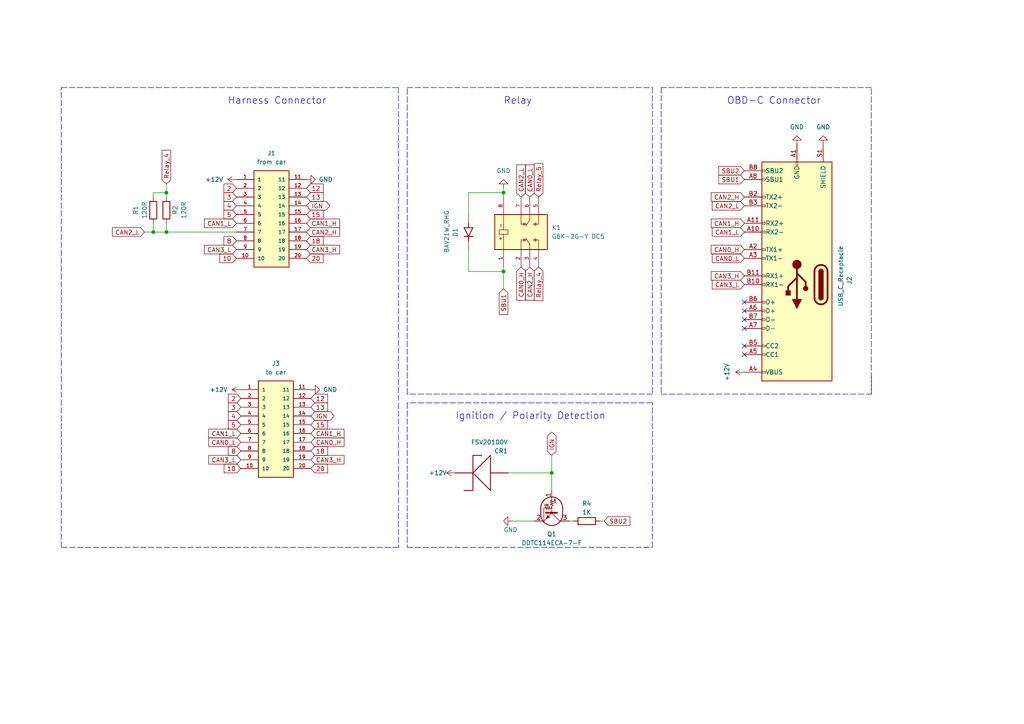
<source format=kicad_sch>
(kicad_sch (version 20211123) (generator eeschema)
  (paper "A4")
  (lib_symbols
    (symbol "966871-1:966871-1" (pin_names (offset 1.016))
      (property "Reference" "J" (at -5.334 15.7734 0))
      (property "Value" "966871-1" (at -5.08 -15.0114 0))
      (symbol "966871-1_0_0"
        (rectangle (start -5.08 -12.7) (end 5.08 15.24) (stroke (width 0.254)) (fill (type background)))
        (pin passive line (at -10.16 12.7 0) (length 5.08) (name "1") (number "1"))
        (pin passive line (at -10.16 -10.16 0) (length 5.08) (name "10") (number "10"))
        (pin passive line (at 10.16 12.7 180) (length 5.08) (name "11") (number "11"))
        (pin passive line (at 10.16 10.16 180) (length 5.08) (name "12") (number "12"))
        (pin passive line (at 10.16 7.62 180) (length 5.08) (name "13") (number "13"))
        (pin passive line (at 10.16 5.08 180) (length 5.08) (name "14") (number "14"))
        (pin passive line (at 10.16 2.54 180) (length 5.08) (name "15") (number "15"))
        (pin passive line (at 10.16 0 180) (length 5.08) (name "16") (number "16"))
        (pin passive line (at 10.16 -2.54 180) (length 5.08) (name "17") (number "17"))
        (pin passive line (at 10.16 -5.08 180) (length 5.08) (name "18") (number "18"))
        (pin passive line (at 10.16 -7.62 180) (length 5.08) (name "19") (number "19"))
        (pin passive line (at -10.16 10.16 0) (length 5.08) (name "2") (number "2"))
        (pin passive line (at 10.16 -10.16 180) (length 5.08) (name "20") (number "20"))
        (pin passive line (at -10.16 7.62 0) (length 5.08) (name "3") (number "3"))
        (pin passive line (at -10.16 5.08 0) (length 5.08) (name "4") (number "4"))
        (pin passive line (at -10.16 2.54 0) (length 5.08) (name "5") (number "5"))
        (pin passive line (at -10.16 0 0) (length 5.08) (name "6") (number "6"))
        (pin passive line (at -10.16 -2.54 0) (length 5.08) (name "7") (number "7"))
        (pin passive line (at -10.16 -5.08 0) (length 5.08) (name "8") (number "8"))
        (pin passive line (at -10.16 -7.62 0) (length 5.08) (name "9") (number "9"))
      )
    )
    (symbol "BAV21W_RHG:BAV21W_RHG" (pin_numbers hide) (pin_names (offset 1.016) hide)
      (property "Reference" "D" (at -5.08 2.54 0))
      (property "Value" "BAV21W_RHG" (at -5.08 -3.81 0))
      (symbol "BAV21W_RHG_0_0"
        (polyline (pts (xy -2.54 0) (xy -1.27 0)) (stroke (width 0.254)))
        (polyline (pts (xy -1.27 -1.27) (xy 1.27 0)) (stroke (width 0.254)))
        (polyline (pts (xy -1.27 0) (xy -1.27 -1.27)) (stroke (width 0.254)))
        (polyline (pts (xy -1.27 1.27) (xy -1.27 0)) (stroke (width 0.254)))
        (polyline (pts (xy 1.27 0) (xy -1.27 1.27)) (stroke (width 0.254)))
        (polyline (pts (xy 1.27 0) (xy 1.27 -1.27)) (stroke (width 0.254)))
        (polyline (pts (xy 1.27 0) (xy 2.54 0)) (stroke (width 0.254)))
        (polyline (pts (xy 1.27 1.27) (xy 1.27 0)) (stroke (width 0.254)))
        (pin passive line (at -5.08 0 0) (length 2.54) (name "~") (number "A"))
        (pin passive line (at 5.08 0 180) (length 2.54) (name "~") (number "C"))
      )
    )
    (symbol "Connector:USB_C_Receptacle" (pin_names (offset 1.016))
      (property "Reference" "J" (at -10.16 29.21 0))
      (property "Value" "USB_C_Receptacle" (at 10.16 29.21 0))
      (symbol "USB_C_Receptacle_0_0"
        (rectangle (start -0.254 -35.56) (end 0.254 -34.544))
        (rectangle (start 10.16 -32.766) (end 9.144 -33.274))
        (rectangle (start 10.16 -30.226) (end 9.144 -30.734))
        (rectangle (start 10.16 -25.146) (end 9.144 -25.654))
        (rectangle (start 10.16 -22.606) (end 9.144 -23.114))
        (rectangle (start 10.16 -17.526) (end 9.144 -18.034))
        (rectangle (start 10.16 -14.986) (end 9.144 -15.494))
        (rectangle (start 10.16 -9.906) (end 9.144 -10.414))
        (rectangle (start 10.16 -7.366) (end 9.144 -7.874))
        (rectangle (start 10.16 -2.286) (end 9.144 -2.794))
        (rectangle (start 10.16 0.254) (end 9.144 -0.254))
        (rectangle (start 10.16 5.334) (end 9.144 4.826))
        (rectangle (start 10.16 7.874) (end 9.144 7.366))
        (rectangle (start 10.16 10.414) (end 9.144 9.906))
        (rectangle (start 10.16 12.954) (end 9.144 12.446))
        (rectangle (start 10.16 18.034) (end 9.144 17.526))
        (rectangle (start 10.16 20.574) (end 9.144 20.066))
        (rectangle (start 10.16 25.654) (end 9.144 25.146))
      )
      (symbol "USB_C_Receptacle_0_1"
        (rectangle (start -10.16 27.94) (end 10.16 -35.56) (stroke (width 0.254)) (fill (type background)))
        (arc (start -8.89 -3.81) (mid -6.985 -5.715) (end -5.08 -3.81) (stroke (width 0.508)))
        (arc (start -7.62 -3.81) (mid -6.985 -4.445) (end -6.35 -3.81) (stroke (width 0.254)))
        (arc (start -7.62 -3.81) (mid -6.985 -4.445) (end -6.35 -3.81) (stroke (width 0.254)) (fill (type outline)))
        (rectangle (start -7.62 -3.81) (end -6.35 3.81) (stroke (width 0.254)) (fill (type outline)))
        (arc (start -6.35 3.81) (mid -6.985 4.445) (end -7.62 3.81) (stroke (width 0.254)))
        (arc (start -6.35 3.81) (mid -6.985 4.445) (end -7.62 3.81) (stroke (width 0.254)) (fill (type outline)))
        (arc (start -5.08 3.81) (mid -6.985 5.715) (end -8.89 3.81) (stroke (width 0.508)))
        (polyline (pts (xy -8.89 -3.81) (xy -8.89 3.81)) (stroke (width 0.508)))
        (polyline (pts (xy -5.08 3.81) (xy -5.08 -3.81)) (stroke (width 0.508)))
      )
      (symbol "USB_C_Receptacle_1_1"
        (circle (center -2.54 1.143) (radius 0.635) (stroke (width 0.254)) (fill (type outline)))
        (circle (center 0 -5.842) (radius 1.27) (fill (type outline)))
        (polyline (pts (xy 0 -5.842) (xy 0 4.318)) (stroke (width 0.508)))
        (polyline (pts (xy 0 -3.302) (xy -2.54 -0.762) (xy -2.54 0.508)) (stroke (width 0.508)))
        (polyline (pts (xy 0 -2.032) (xy 2.54 0.508) (xy 2.54 1.778)) (stroke (width 0.508)))
        (polyline (pts (xy -1.27 4.318) (xy 0 6.858) (xy 1.27 4.318) (xy -1.27 4.318)) (stroke (width 0.254)) (fill (type outline)))
        (rectangle (start 1.905 1.778) (end 3.175 3.048) (stroke (width 0.254)) (fill (type outline)))
        (pin passive line (at 0 -40.64 90) (length 5.08) (name "GND") (number "A1"))
        (pin bidirectional line (at 15.24 -15.24 180) (length 5.08) (name "RX2-") (number "A10"))
        (pin bidirectional line (at 15.24 -17.78 180) (length 5.08) (name "RX2+") (number "A11"))
        (pin passive line (at 0 -40.64 90) (length 5.08) hide (name "GND") (number "A12"))
        (pin bidirectional line (at 15.24 -10.16 180) (length 5.08) (name "TX1+") (number "A2"))
        (pin bidirectional line (at 15.24 -7.62 180) (length 5.08) (name "TX1-") (number "A3"))
        (pin passive line (at 15.24 25.4 180) (length 5.08) (name "VBUS") (number "A4"))
        (pin bidirectional line (at 15.24 20.32 180) (length 5.08) (name "CC1") (number "A5"))
        (pin bidirectional line (at 15.24 7.62 180) (length 5.08) (name "D+") (number "A6"))
        (pin bidirectional line (at 15.24 12.7 180) (length 5.08) (name "D-") (number "A7"))
        (pin bidirectional line (at 15.24 -30.48 180) (length 5.08) (name "SBU1") (number "A8"))
        (pin passive line (at 15.24 25.4 180) (length 5.08) hide (name "VBUS") (number "A9"))
        (pin passive line (at 0 -40.64 90) (length 5.08) hide (name "GND") (number "B1"))
        (pin bidirectional line (at 15.24 0 180) (length 5.08) (name "RX1-") (number "B10"))
        (pin bidirectional line (at 15.24 -2.54 180) (length 5.08) (name "RX1+") (number "B11"))
        (pin passive line (at 0 -40.64 90) (length 5.08) hide (name "GND") (number "B12"))
        (pin bidirectional line (at 15.24 -25.4 180) (length 5.08) (name "TX2+") (number "B2"))
        (pin bidirectional line (at 15.24 -22.86 180) (length 5.08) (name "TX2-") (number "B3"))
        (pin passive line (at 15.24 25.4 180) (length 5.08) hide (name "VBUS") (number "B4"))
        (pin bidirectional line (at 15.24 17.78 180) (length 5.08) (name "CC2") (number "B5"))
        (pin bidirectional line (at 15.24 5.08 180) (length 5.08) (name "D+") (number "B6"))
        (pin bidirectional line (at 15.24 10.16 180) (length 5.08) (name "D-") (number "B7"))
        (pin bidirectional line (at 15.24 -33.02 180) (length 5.08) (name "SBU2") (number "B8"))
        (pin passive line (at 15.24 25.4 180) (length 5.08) hide (name "VBUS") (number "B9"))
        (pin passive line (at -7.62 -40.64 90) (length 5.08) (name "SHIELD") (number "S1"))
      )
    )
    (symbol "Device:R" (pin_numbers hide) (pin_names (offset 0))
      (property "Reference" "R" (at 2.032 0 90))
      (property "Value" "R" (at 0 0 90))
      (symbol "R_0_1"
        (rectangle (start -1.016 -2.54) (end 1.016 2.54) (stroke (width 0.254)))
      )
      (symbol "R_1_1"
        (pin passive line (at 0 3.81 270) (length 1.27) (name "~") (number "1"))
        (pin passive line (at 0 -3.81 90) (length 1.27) (name "~") (number "2"))
      )
    )
    (symbol "FSV20100V:FSV20100V" (pin_numbers hide) (pin_names (offset 1.016) hide)
      (property "Reference" "CR" (at 7.62 10.16 0))
      (property "Value" "FSV20100V" (at 7.62 7.62 0))
      (symbol "FSV20100V_0_0"
        (polyline (pts (xy -5.08 5.08) (xy 0 5.08)) (stroke (width 0.254)))
        (polyline (pts (xy -5.08 10.16) (xy 0 10.16)) (stroke (width 0.254)))
        (polyline (pts (xy -5.08 12.7) (xy -5.08 10.16)) (stroke (width 0.254)))
        (polyline (pts (xy 0 0) (xy 0 5.08)) (stroke (width 0.254)))
        (polyline (pts (xy 0 5.08) (xy 5.08 5.08)) (stroke (width 0.254)))
        (polyline (pts (xy 0 10.16) (xy -5.08 5.08)) (stroke (width 0.254)))
        (polyline (pts (xy 0 10.16) (xy 0 15.24)) (stroke (width 0.254)))
        (polyline (pts (xy 0 10.16) (xy 5.08 10.16)) (stroke (width 0.254)))
        (polyline (pts (xy 5.08 5.08) (xy 0 10.16)) (stroke (width 0.254)))
        (polyline (pts (xy 5.08 10.16) (xy 5.08 7.62)) (stroke (width 0.254)))
        (pin bidirectional line (at 0 0 0) (length 0) (name "~") (number "1"))
        (pin bidirectional line (at 0 0 0) (length 0) (name "~") (number "2"))
        (pin bidirectional line (at 0 15.24 0) (length 0) (name "~") (number "3"))
      )
    )
    (symbol "G6K-2P-Y_DC3:G6K-2P-Y_DC3" (pin_names (offset 1.016) hide)
      (property "Reference" "K" (at -5.207 8.255 0))
      (property "Value" "G6K-2P-Y_DC3" (at -5.08 -10.16 0))
      (symbol "G6K-2P-Y_DC3_0_0"
        (rectangle (start -5.08 -7.62) (end 5.08 7.62) (stroke (width 0.254)) (fill (type background)))
        (polyline (pts (xy -5.08 -2.54) (xy -3.556 -2.54)) (stroke (width 0.1524)))
        (polyline (pts (xy -5.08 5.08) (xy -0.635 5.08)) (stroke (width 0.1524)))
        (polyline (pts (xy -3.556 -2.54) (xy -1.778 -1.397)) (stroke (width 0.1524)))
        (polyline (pts (xy -2.286 -5.08) (xy -5.08 -5.08)) (stroke (width 0.1524)))
        (polyline (pts (xy -2.286 -5.08) (xy -2.286 -4.064)) (stroke (width 0.1524)))
        (polyline (pts (xy -2.286 0) (xy -5.08 0)) (stroke (width 0.1524)))
        (polyline (pts (xy -2.286 0) (xy -2.286 -1.016)) (stroke (width 0.1524)))
        (polyline (pts (xy -2.286 5.969) (xy -1.524 5.969)) (stroke (width 0.1524)))
        (polyline (pts (xy -1.905 6.35) (xy -1.905 5.588)) (stroke (width 0.1524)))
        (polyline (pts (xy -0.635 3.81) (xy -0.635 5.08)) (stroke (width 0.1524)))
        (polyline (pts (xy -0.635 5.08) (xy -0.635 6.35)) (stroke (width 0.1524)))
        (polyline (pts (xy -0.635 6.35) (xy 0.635 6.35)) (stroke (width 0.1524)))
        (polyline (pts (xy 0.635 3.81) (xy -0.635 3.81)) (stroke (width 0.1524)))
        (polyline (pts (xy 0.635 5.08) (xy 0.635 3.81)) (stroke (width 0.1524)))
        (polyline (pts (xy 0.635 5.08) (xy 5.08 5.08)) (stroke (width 0.1524)))
        (polyline (pts (xy 0.635 6.35) (xy 0.635 5.08)) (stroke (width 0.1524)))
        (polyline (pts (xy 1.524 5.842) (xy 2.286 5.842)) (stroke (width 0.1524)))
        (polyline (pts (xy 2.286 -5.08) (xy 2.286 -4.064)) (stroke (width 0.1524)))
        (polyline (pts (xy 2.286 -5.08) (xy 5.08 -5.08)) (stroke (width 0.1524)))
        (polyline (pts (xy 2.286 0) (xy 2.286 -1.016)) (stroke (width 0.1524)))
        (polyline (pts (xy 2.286 0) (xy 5.08 0)) (stroke (width 0.1524)))
        (polyline (pts (xy 3.556 -2.54) (xy 1.778 -1.397)) (stroke (width 0.1524)))
        (polyline (pts (xy 5.08 -2.54) (xy 3.556 -2.54)) (stroke (width 0.1524)))
        (polyline (pts (xy -2.667 -4.318) (xy -1.905 -4.318) (xy -2.286 -3.556) (xy -2.667 -4.318)) (stroke (width 0.1524)) (fill (type background)))
        (polyline (pts (xy -2.667 -0.762) (xy -1.905 -0.762) (xy -2.286 -1.524) (xy -2.667 -0.762)) (stroke (width 0.1524)) (fill (type background)))
        (polyline (pts (xy 2.667 -4.318) (xy 1.905 -4.318) (xy 2.286 -3.556) (xy 2.667 -4.318)) (stroke (width 0.1524)) (fill (type background)))
        (polyline (pts (xy 2.667 -0.762) (xy 1.905 -0.762) (xy 2.286 -1.524) (xy 2.667 -0.762)) (stroke (width 0.1524)) (fill (type background)))
        (pin passive line (at -10.16 5.08 0) (length 5.08) (name "~") (number "1"))
        (pin passive line (at -10.16 0 0) (length 5.08) (name "~") (number "2"))
        (pin passive line (at -10.16 -2.54 0) (length 5.08) (name "~") (number "3"))
        (pin passive line (at -10.16 -5.08 0) (length 5.08) (name "~") (number "4"))
        (pin passive line (at 10.16 -5.08 180) (length 5.08) (name "~") (number "5"))
        (pin passive line (at 10.16 -2.54 180) (length 5.08) (name "~") (number "6"))
        (pin passive line (at 10.16 0 180) (length 5.08) (name "~") (number "7"))
        (pin passive line (at 10.16 5.08 180) (length 5.08) (name "~") (number "8"))
      )
    )
    (symbol "Transistor_BJT:DTC114E" (pin_names (offset 0) hide)
      (property "Reference" "Q" (at 5.08 1.905 0))
      (property "Value" "DTC114E" (at 5.08 0 0))
      (symbol "DTC114E_0_0"
        (text "10k" (at -3.302 0.889 0) (effects (font (size 0.508 0.508))))
        (text "10k" (at -2.159 -1.524 900) (effects (font (size 0.508 0.508))))
      )
      (symbol "DTC114E_0_1"
        (circle (center -1.27 0) (radius 0.127))
        (arc (start -1.27 3.175) (mid -4.445 0) (end -1.27 -3.175) (stroke (width 0.254)))
        (polyline (pts (xy -3.429 0) (xy -3.81 0)))
        (polyline (pts (xy -1.27 -3.175) (xy 0.635 -3.175)) (stroke (width 0.254)))
        (polyline (pts (xy -1.27 3.175) (xy 0.635 3.175)) (stroke (width 0.254)))
        (polyline (pts (xy 0 -0.254) (xy 2.54 2.286)))
        (polyline (pts (xy 0.127 1.524) (xy 0.127 -1.651)) (stroke (width 0.508)) (fill (type outline)))
        (polyline (pts (xy 2.54 2.286) (xy 2.54 2.54)))
        (polyline (pts (xy 2.54 -2.286) (xy 0 0.254) (xy 0 0.254)))
        (polyline (pts (xy 0.889 -1.143) (xy 1.397 -0.635) (xy 1.905 -1.651) (xy 0.889 -1.143)) (fill (type outline)))
        (polyline (pts (xy 0 0) (xy -1.905 0) (xy -2.032 0.508) (xy -2.286 -0.508) (xy -2.54 0.508) (xy -2.794 -0.508) (xy -3.048 0.508) (xy -3.302 -0.508) (xy -3.429 0)))
        (polyline (pts (xy -1.27 0) (xy -1.27 -0.381) (xy -0.762 -0.508) (xy -1.778 -0.762) (xy -0.762 -1.016) (xy -1.778 -1.27) (xy -0.762 -1.524) (xy -1.778 -1.778) (xy -1.27 -1.905) (xy -1.27 -2.286) (xy 2.54 -2.286)))
        (arc (start 0.635 -3.175) (mid 3.81 0) (end 0.635 3.175) (stroke (width 0.254)))
        (circle (center 2.54 -2.286) (radius 0.127))
      )
      (symbol "DTC114E_1_1"
        (pin input line (at -6.35 0 0) (length 2.54) (name "B") (number "1"))
        (pin passive line (at 2.54 -5.08 90) (length 2.54) (name "E") (number "2"))
        (pin passive line (at 2.54 5.08 270) (length 2.54) (name "C") (number "3"))
      )
    )
    (symbol "power:+12V" (power) (pin_names (offset 0))
      (property "Value" "+12V" (at 0 3.556 0))
      (symbol "+12V_0_1"
        (polyline (pts (xy -0.762 1.27) (xy 0 2.54)))
        (polyline (pts (xy 0 0) (xy 0 2.54)))
        (polyline (pts (xy 0 2.54) (xy 0.762 1.27)))
      )
      (symbol "+12V_1_1"
        (pin power_in line (at 0 0 90) (length 0) hide (name "+12V") (number "1"))
      )
    )
    (symbol "power:GND" (power) (pin_names (offset 0))
      (property "Value" "GND" (at 0 -3.81 0))
      (symbol "GND_0_1"
        (polyline (pts (xy 0 0) (xy 0 -1.27) (xy 1.27 -1.27) (xy 0 -2.54) (xy -1.27 -1.27) (xy 0 -1.27)))
      )
      (symbol "GND_1_1"
        (pin power_in line (at 0 0 270) (length 0) hide (name "GND") (number "1"))
      )
    )
  )
  (junction (at 146.05 55.88))
  (junction (at 44.45 67.31))
  (junction (at 160.02 137.16))
  (junction (at 146.05 78.74))
  (junction (at 48.26 67.31))
  (junction (at 48.26 55.88))
  (no_connect (at 215.9 102.87))
  (no_connect (at 215.9 100.33))
  (no_connect (at 215.9 95.25))
  (no_connect (at 215.9 90.17))
  (no_connect (at 215.9 87.63))
  (no_connect (at 215.9 92.71))
  (polyline (pts (xy 252.73 25.4) (xy 191.77 25.4)))
  (wire (pts (xy 146.05 55.88) (xy 146.05 57.15)))
  (wire (pts (xy 135.89 78.74) (xy 146.05 78.74)))
  (polyline (pts (xy 118.11 158.75) (xy 187.96 158.75)))
  (wire (pts (xy 135.89 72.39) (xy 135.89 78.74)))
  (wire (pts (xy 173.99 151.13) (xy 175.26 151.13)))
  (wire (pts (xy 44.45 67.31) (xy 48.26 67.31)))
  (wire (pts (xy 146.05 77.47) (xy 146.05 78.74)))
  (wire (pts (xy 48.26 64.77) (xy 48.26 67.31)))
  (polyline (pts (xy 191.77 25.4) (xy 191.77 114.3)))
  (wire (pts (xy 41.91 67.31) (xy 44.45 67.31)))
  (polyline (pts (xy 191.77 114.3) (xy 252.73 114.3)))
  (polyline (pts (xy 186.69 158.75) (xy 189.23 158.75)))
  (wire (pts (xy 48.26 67.31) (xy 68.58 67.31)))
  (wire (pts (xy 160.02 137.16) (xy 160.02 142.24)))
  (polyline (pts (xy 189.23 114.3) (xy 118.11 114.3)))
  (polyline (pts (xy 189.23 116.84) (xy 118.11 116.84)))
  (wire (pts (xy 44.45 57.15) (xy 44.45 55.88)))
  (wire (pts (xy 148.59 151.13) (xy 154.94 151.13)))
  (wire (pts (xy 44.45 64.77) (xy 44.45 67.31)))
  (polyline (pts (xy 118.11 25.4) (xy 189.23 25.4)))
  (wire (pts (xy 146.05 54.61) (xy 146.05 55.88)))
  (wire (pts (xy 44.45 55.88) (xy 48.26 55.88)))
  (wire (pts (xy 135.89 55.88) (xy 146.05 55.88)))
  (polyline (pts (xy 189.23 25.4) (xy 189.23 114.3)))
  (wire (pts (xy 147.32 137.16) (xy 160.02 137.16)))
  (polyline (pts (xy 252.73 114.3) (xy 252.73 25.4)))
  (wire (pts (xy 165.1 151.13) (xy 166.37 151.13)))
  (polyline (pts (xy 118.11 114.3) (xy 118.11 25.4)))
  (polyline (pts (xy 189.23 158.75) (xy 189.23 116.84)))
  (wire (pts (xy 48.26 55.88) (xy 48.26 57.15)))
  (polyline (pts (xy 252.73 109.22) (xy 252.73 114.3)))
  (wire (pts (xy 135.89 62.23) (xy 135.89 55.88)))
  (polyline (pts (xy 17.78 158.75) (xy 17.78 25.4)))
  (polyline (pts (xy 17.78 25.4) (xy 115.57 25.4)))
  (polyline (pts (xy 118.11 116.84) (xy 118.11 158.75)))
  (polyline (pts (xy 115.57 25.4) (xy 115.57 158.75)))
  (polyline (pts (xy 115.57 158.75) (xy 17.78 158.75)))
  (wire (pts (xy 160.02 132.08) (xy 160.02 137.16)))
  (wire (pts (xy 48.26 53.34) (xy 48.26 55.88)))
  (wire (pts (xy 146.05 78.74) (xy 146.05 83.82)))
  (text "Harness Connector" (at 66.04 30.48 0) (effects (font (size 2 2)) (justify left bottom)))
  (text "Ignition / Polarity Detection" (at 132.08 121.92 0) (effects (font (size 2 2)) (justify left bottom)))
  (text "OBD-C Connector" (at 210.82 30.48 0) (effects (font (size 2 2)) (justify left bottom)))
  (text "Relay" (at 146.05 30.48 0) (effects (font (size 2 2)) (justify left bottom)))
  (global_label "SBU2" (shape input) (at 175.26 151.13 0) (property "Intersheet References" "${INTERSHEET_REFS}" (effects hide)))
  (global_label "CAN1_L" (shape input) (at 215.9 67.31 180) (property "Intersheet References" "${INTERSHEET_REFS}" (effects hide)))
  (global_label "IGN" (shape bidirectional) (at 90.17 120.65 0) (property "Intersheet References" "${INTERSHEET_REFS}" (effects hide)))
  (global_label "2" (shape input) (at 69.85 115.57 180) (property "Intersheet References" "${INTERSHEET_REFS}" (effects hide)))
  (global_label "13" (shape input) (at 88.9 57.15 0) (property "Intersheet References" "${INTERSHEET_REFS}" (effects hide)))
  (global_label "3" (shape input) (at 68.58 57.15 180) (property "Intersheet References" "${INTERSHEET_REFS}" (effects hide)))
  (global_label "SBU2" (shape input) (at 215.9 49.53 180) (property "Intersheet References" "${INTERSHEET_REFS}" (effects hide)))
  (global_label "15" (shape input) (at 90.17 123.19 0) (property "Intersheet References" "${INTERSHEET_REFS}" (effects hide)))
  (global_label "CAN1_L" (shape input) (at 69.85 125.73 180) (property "Intersheet References" "${INTERSHEET_REFS}" (effects hide)))
  (global_label "15" (shape input) (at 88.9 62.23 0) (property "Intersheet References" "${INTERSHEET_REFS}" (effects hide)))
  (global_label "12" (shape input) (at 90.17 115.57 0) (property "Intersheet References" "${INTERSHEET_REFS}" (effects hide)))
  (global_label "5" (shape input) (at 69.85 123.19 180) (property "Intersheet References" "${INTERSHEET_REFS}" (effects hide)))
  (global_label "CAN3_L" (shape input) (at 68.58 72.39 180) (property "Intersheet References" "${INTERSHEET_REFS}" (effects hide)))
  (global_label "12" (shape input) (at 88.9 54.61 0) (property "Intersheet References" "${INTERSHEET_REFS}" (effects hide)))
  (global_label "2" (shape input) (at 68.58 54.61 180) (property "Intersheet References" "${INTERSHEET_REFS}" (effects hide)))
  (global_label "SBU1" (shape input) (at 215.9 52.07 180) (property "Intersheet References" "${INTERSHEET_REFS}" (effects hide)))
  (global_label "IGN" (shape bidirectional) (at 88.9 59.69 0) (property "Intersheet References" "${INTERSHEET_REFS}" (effects hide)))
  (global_label "CAN1_L" (shape input) (at 68.58 64.77 180) (property "Intersheet References" "${INTERSHEET_REFS}" (effects hide)))
  (global_label "CAN3_H" (shape input) (at 215.9 80.01 180) (property "Intersheet References" "${INTERSHEET_REFS}" (effects hide)))
  (global_label "CAN1_H" (shape input) (at 215.9 64.77 180) (property "Intersheet References" "${INTERSHEET_REFS}" (effects hide)))
  (global_label "20" (shape input) (at 88.9 74.93 0) (property "Intersheet References" "${INTERSHEET_REFS}" (effects hide)))
  (global_label "CAN0_H" (shape input) (at 215.9 72.39 180) (property "Intersheet References" "${INTERSHEET_REFS}" (effects hide)))
  (global_label "CAN3_L" (shape input) (at 215.9 82.55 180) (property "Intersheet References" "${INTERSHEET_REFS}" (effects hide)))
  (global_label "CAN0_H" (shape input) (at 151.13 77.47 270) (property "Intersheet References" "${INTERSHEET_REFS}" (effects hide)))
  (global_label "IGN" (shape bidirectional) (at 160.02 132.08 90) (property "Intersheet References" "${INTERSHEET_REFS}" (effects hide)))
  (global_label "18" (shape input) (at 88.9 69.85 0) (property "Intersheet References" "${INTERSHEET_REFS}" (effects hide)))
  (global_label "CAN3_L" (shape input) (at 69.85 133.35 180) (property "Intersheet References" "${INTERSHEET_REFS}" (effects hide)))
  (global_label "SBU1" (shape input) (at 146.05 83.82 270) (property "Intersheet References" "${INTERSHEET_REFS}" (effects hide)))
  (global_label "CAN1_H" (shape input) (at 90.17 125.73 0) (property "Intersheet References" "${INTERSHEET_REFS}" (effects hide)))
  (global_label "20" (shape input) (at 90.17 135.89 0) (property "Intersheet References" "${INTERSHEET_REFS}" (effects hide)))
  (global_label "CAN0_H" (shape input) (at 90.17 128.27 0) (property "Intersheet References" "${INTERSHEET_REFS}" (effects hide)))
  (global_label "18" (shape input) (at 90.17 130.81 0) (property "Intersheet References" "${INTERSHEET_REFS}" (effects hide)))
  (global_label "4" (shape input) (at 69.85 120.65 180) (property "Intersheet References" "${INTERSHEET_REFS}" (effects hide)))
  (global_label "CAN2_L" (shape input) (at 215.9 59.69 180) (property "Intersheet References" "${INTERSHEET_REFS}" (effects hide)))
  (global_label "4" (shape input) (at 68.58 59.69 180) (property "Intersheet References" "${INTERSHEET_REFS}" (effects hide)))
  (global_label "10" (shape input) (at 69.85 135.89 180) (property "Intersheet References" "${INTERSHEET_REFS}" (effects hide)))
  (global_label "CAN2_H" (shape input) (at 153.67 77.47 270) (property "Intersheet References" "${INTERSHEET_REFS}" (effects hide)))
  (global_label "8" (shape input) (at 69.85 130.81 180) (property "Intersheet References" "${INTERSHEET_REFS}" (effects hide)))
  (global_label "Relay_4" (shape input) (at 156.21 77.47 270) (property "Intersheet References" "${INTERSHEET_REFS}" (effects hide)))
  (global_label "CAN2_H" (shape input) (at 88.9 67.31 0) (property "Intersheet References" "${INTERSHEET_REFS}" (effects hide)))
  (global_label "CAN0_L" (shape input) (at 69.85 128.27 180) (property "Intersheet References" "${INTERSHEET_REFS}" (effects hide)))
  (global_label "CAN2_L" (shape input) (at 151.13 57.15 90) (property "Intersheet References" "${INTERSHEET_REFS}" (effects hide)))
  (global_label "CAN1_H" (shape input) (at 88.9 64.77 0) (property "Intersheet References" "${INTERSHEET_REFS}" (effects hide)))
  (global_label "13" (shape input) (at 90.17 118.11 0) (property "Intersheet References" "${INTERSHEET_REFS}" (effects hide)))
  (global_label "CAN2_H" (shape input) (at 215.9 57.15 180) (property "Intersheet References" "${INTERSHEET_REFS}" (effects hide)))
  (global_label "CAN0_L" (shape input) (at 215.9 74.93 180) (property "Intersheet References" "${INTERSHEET_REFS}" (effects hide)))
  (global_label "5" (shape input) (at 68.58 62.23 180) (property "Intersheet References" "${INTERSHEET_REFS}" (effects hide)))
  (global_label "CAN0_L" (shape input) (at 153.67 57.15 90) (property "Intersheet References" "${INTERSHEET_REFS}" (effects hide)))
  (global_label "3" (shape input) (at 69.85 118.11 180) (property "Intersheet References" "${INTERSHEET_REFS}" (effects hide)))
  (global_label "CAN3_H" (shape input) (at 88.9 72.39 0) (property "Intersheet References" "${INTERSHEET_REFS}" (effects hide)))
  (global_label "10" (shape input) (at 68.58 74.93 180) (property "Intersheet References" "${INTERSHEET_REFS}" (effects hide)))
  (global_label "CAN3_H" (shape input) (at 90.17 133.35 0) (property "Intersheet References" "${INTERSHEET_REFS}" (effects hide)))
  (global_label "8" (shape input) (at 68.58 69.85 180) (property "Intersheet References" "${INTERSHEET_REFS}" (effects hide)))
  (global_label "Relay_4" (shape input) (at 48.26 53.34 90) (property "Intersheet References" "${INTERSHEET_REFS}" (effects hide)))
  (global_label "Relay_5" (shape input) (at 156.21 57.15 90) (property "Intersheet References" "${INTERSHEET_REFS}" (effects hide)))
  (global_label "CAN2_L" (shape input) (at 41.91 67.31 180) (property "Intersheet References" "${INTERSHEET_REFS}" (effects hide)))
  (symbol (lib_id "BAV21W_RHG:BAV21W_RHG") (at 135.89 67.31 270) (unit 1)
    (property "Reference" "D1" (at 132.08 66.04 0) (effects (justify left)))
    (property "Value" "BAV21W_RHG" (at 129.54 60.96 0) (effects (justify left)))
    (property "Footprint" "J533DreamPCB:DIO_BAV21W_RHG" (effects hide))
    (property "MAXIMUM_PACKAGE_HEIGHT" "1.15 mm" (effects hide))
    (property "MANUFACTURER" "Taiwan Semiconductor" (effects hide))
    (property "PARTREV" "K1804" (effects hide))
    (property "STANDARD" "Manufacturer Recommendations" (effects hide))
  )
  (symbol (lib_id "Device:R") (at 48.26 60.96 0) (unit 1)
    (property "Reference" "R2" (at 50.8 60.96 90))
    (property "Value" "120R" (at 53.34 60.96 90))
    (property "Footprint" "Resistor_SMD:R_1206_3216Metric" (effects hide))
  )
  (symbol (lib_id "FSV20100V:FSV20100V") (at 147.32 137.16 90) (unit 1)
    (property "Reference" "CR1" (at 147.32 130.81 90) (effects (justify left)))
    (property "Value" "FSV20100V" (at 147.32 128.27 90) (effects (justify left)))
    (property "Footprint" "J533DreamPCB:TO-277" (effects hide))
    (property "PARTNO" "FSV20100VCT-ND" (effects hide))
  )
  (symbol (lib_id "power:+12V") (at 132.08 137.16 90) (unit 1)
    (property "Reference" "#PWR0104" (effects hide))
    (property "Value" "+12V" (at 127 137.16 90))
  )
  (symbol (lib_id "G6K-2P-Y_DC3:G6K-2P-Y_DC3") (at 151.13 67.31 90) (unit 1)
    (property "Reference" "K1" (at 160.02 66.0399 90) (effects (justify right)))
    (property "Value" "G6K-2G-Y DC5" (at 160.02 68.5799 90) (effects (justify right)))
    (property "Footprint" "Relay_SMD:Relay_DPDT_Omron_G6K-2G-Y" (effects hide))
    (property "STANDARD" "Manufacturer Recommendations" (effects hide))
    (property "MAXIMUM_PACKAGE_HEIGHT" "5.3mm" (effects hide))
    (property "MANUFACTURER" "Omron" (effects hide))
    (property "PARTREV" "K106-E1-11" (effects hide))
  )
  (symbol (lib_id "power:GND") (at 238.76 41.91 180) (unit 1)
    (property "Reference" "#PWR0109" (effects hide))
    (property "Value" "GND" (at 238.76 36.83 0))
  )
  (symbol (lib_id "Connector:USB_C_Receptacle") (at 231.14 82.55 180) (unit 1)
    (property "Reference" "J2" (at 246.38 82.55 90) (effects (justify right)))
    (property "Value" "USB_C_Receptacle" (at 243.84 88.8999 90) (effects (justify right)))
    (property "Footprint" "J533DreamPCB:TYPE-C-31-M-04" (effects hide))
    (property "Datasheet" "https://www.usb.org/sites/default/files/documents/usb_type-c.zip" (effects hide))
  )
  (symbol (lib_id "power:+12V") (at 215.9 107.95 90) (unit 1)
    (property "Reference" "#PWR0111" (effects hide))
    (property "Value" "+12V" (at 210.82 107.95 0))
  )
  (symbol (lib_id "966871-1:966871-1") (at 78.74 64.77 0) (unit 1)
    (property "Reference" "J1" (at 78.74 44.45 0))
    (property "Value" "from car" (at 78.74 46.99 0))
    (property "Footprint" "Connector_PinHeader_2.54mm:J533_PinHeader_2x10_P2.54mm_Vertical_SMD" (effects hide))
    (property "EU_RoHS_Compliance" "Compliant" (effects hide))
    (property "Comment" "966871-1" (effects hide))
  )
  (symbol (lib_id "power:GND") (at 146.05 54.61 180) (unit 1)
    (property "Reference" "#PWR0101" (effects hide))
    (property "Value" "GND" (at 146.05 49.53 0))
  )
  (symbol (lib_id "Device:R") (at 170.18 151.13 90) (unit 1)
    (property "Reference" "R4" (at 170.18 146.05 90))
    (property "Value" "1K" (at 170.18 148.59 90))
    (property "Footprint" "Resistor_SMD:R_0603_1608Metric" (effects hide))
  )
  (symbol (lib_id "power:+12V") (at 68.58 52.07 90) (unit 1)
    (property "Reference" "#PWR0102" (effects hide))
    (property "Value" "+12V" (at 64.77 52.0699 90) (effects (justify left)))
  )
  (symbol (lib_id "966871-1:966871-1") (at 80.01 125.73 0) (unit 1)
    (property "Reference" "J3" (at 80.01 105.41 0))
    (property "Value" "to car" (at 80.01 107.95 0))
    (property "Footprint" "J533DreamPCB:TE_966871-_C" (effects hide))
    (property "EU_RoHS_Compliance" "Compliant" (effects hide))
    (property "Comment" "966871-1" (effects hide))
  )
  (symbol (lib_id "power:GND") (at 231.14 41.91 180) (unit 1)
    (property "Reference" "#PWR0110" (effects hide))
    (property "Value" "GND" (at 231.14 36.83 0))
  )
  (symbol (lib_id "power:GND") (at 88.9 52.07 90) (unit 1)
    (property "Reference" "#PWR0105" (effects hide))
    (property "Value" "GND" (at 96.52 52.07 90) (effects (justify left)))
  )
  (symbol (lib_id "Transistor_BJT:DTC114E") (at 160.02 148.59 270) (unit 1)
    (property "Reference" "Q1" (at 160.02 154.94 90))
    (property "Value" "DDTC114ECA-7-F " (at 160.02 157.48 90))
    (property "Footprint" "Package_TO_SOT_SMD:SOT-23" (effects hide))
  )
  (symbol (lib_id "Device:R") (at 44.45 60.96 0) (unit 1)
    (property "Reference" "R1" (at 39.37 60.96 90))
    (property "Value" "120R" (at 41.91 60.96 90))
    (property "Footprint" "Resistor_SMD:R_1206_3216Metric" (effects hide))
  )
  (symbol (lib_id "power:GND") (at 90.17 113.03 90) (unit 1)
    (property "Reference" "#PWR0106" (effects hide))
    (property "Value" "GND" (at 97.79 113.03 90) (effects (justify left)))
  )
  (symbol (lib_id "power:GND") (at 148.59 151.13 270) (unit 1)
    (property "Reference" "#PWR0103" (effects hide))
    (property "Value" "GND" (at 146.05 153.67 90) (effects (justify left)))
  )
  (symbol (lib_id "power:+12V") (at 69.85 113.03 90) (unit 1)
    (property "Reference" "#PWR0107" (effects hide))
    (property "Value" "+12V" (at 66.04 113.0299 90) (effects (justify left)))
  )
)
</source>
